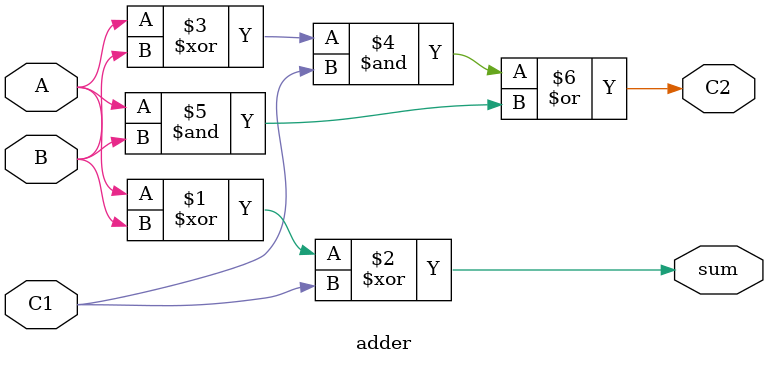
<source format=v>
module adder(input A, input B , input C1, output sum , output C2);
assign sum = (A^B)^(C1);
assign C2 = ((A^B)&C1) | (A&B);
endmodule
</source>
